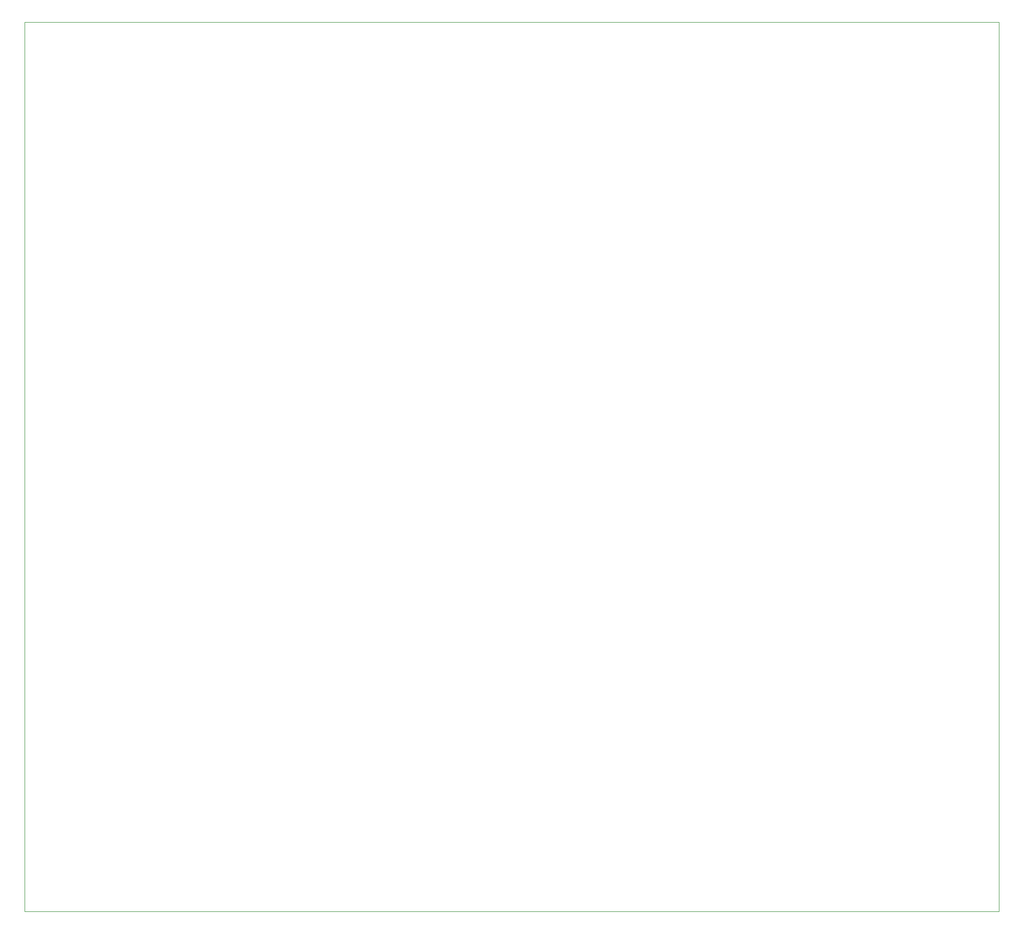
<source format=gbr>
%TF.GenerationSoftware,KiCad,Pcbnew,(5.1.12)-1*%
%TF.CreationDate,2023-01-04T10:21:47+01:00*%
%TF.ProjectId,current3Av2,63757272-656e-4743-9341-76322e6b6963,1.0*%
%TF.SameCoordinates,Original*%
%TF.FileFunction,Profile,NP*%
%FSLAX46Y46*%
G04 Gerber Fmt 4.6, Leading zero omitted, Abs format (unit mm)*
G04 Created by KiCad (PCBNEW (5.1.12)-1) date 2023-01-04 10:21:47*
%MOMM*%
%LPD*%
G01*
G04 APERTURE LIST*
%TA.AperFunction,Profile*%
%ADD10C,0.050000*%
%TD*%
G04 APERTURE END LIST*
D10*
X164338000Y-149860000D02*
X0Y-149860000D01*
X164338000Y0D02*
X164338000Y-149860000D01*
X0Y0D02*
X164338000Y0D01*
X0Y-149860000D02*
X0Y0D01*
M02*

</source>
